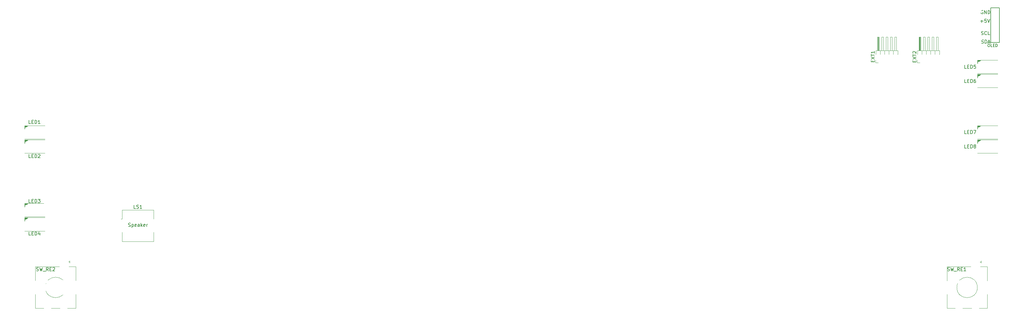
<source format=gbr>
G04 #@! TF.GenerationSoftware,KiCad,Pcbnew,(5.1.9-0-10_14)*
G04 #@! TF.CreationDate,2021-01-10T18:11:49+09:00*
G04 #@! TF.ProjectId,Jones,4a6f6e65-732e-46b6-9963-61645f706362,v.0.3.2*
G04 #@! TF.SameCoordinates,Original*
G04 #@! TF.FileFunction,Legend,Top*
G04 #@! TF.FilePolarity,Positive*
%FSLAX46Y46*%
G04 Gerber Fmt 4.6, Leading zero omitted, Abs format (unit mm)*
G04 Created by KiCad (PCBNEW (5.1.9-0-10_14)) date 2021-01-10 18:11:49*
%MOMM*%
%LPD*%
G01*
G04 APERTURE LIST*
%ADD10C,0.120000*%
%ADD11C,0.150000*%
%ADD12C,0.100000*%
%ADD13C,1.500000*%
%ADD14O,5.600000X2.800000*%
%ADD15C,1.400000*%
%ADD16O,7.400240X5.400000*%
%ADD17C,5.400000*%
%ADD18C,3.400000*%
%ADD19C,4.387800*%
%ADD20C,2.150000*%
%ADD21C,2.400000*%
%ADD22C,1.100000*%
%ADD23O,1.300000X2.800000*%
%ADD24O,1.300000X2.100000*%
%ADD25C,3.448000*%
%ADD26O,1.400000X1.400000*%
%ADD27C,2.000000*%
G04 APERTURE END LIST*
D10*
X298493580Y-107465550D02*
X298493580Y-108465550D01*
X298993580Y-107965550D02*
X297993580Y-107965550D01*
X294993580Y-114065550D02*
X292593580Y-114065550D01*
X299793580Y-114065550D02*
X297193580Y-114065550D01*
X304393580Y-114065550D02*
X301993580Y-114065550D01*
X302593580Y-100765550D02*
X302293580Y-100465550D01*
X302593580Y-100165550D02*
X302593580Y-100765550D01*
X302293580Y-100465550D02*
X302593580Y-100165550D01*
X304393580Y-101865550D02*
X292593580Y-101865550D01*
X304393580Y-105965550D02*
X304393580Y-101865550D01*
X292593580Y-105965550D02*
X292593580Y-101865550D01*
X292593580Y-114065550D02*
X292593580Y-109965550D01*
X304393580Y-109965550D02*
X304393580Y-114065550D01*
X301493580Y-107965550D02*
G75*
G03*
X301493580Y-107965550I-3000000J0D01*
G01*
D11*
X307920000Y-36120040D02*
X307920000Y-25960040D01*
X305380000Y-36120040D02*
X305380000Y-25960040D01*
X305380000Y-25960040D02*
X307920000Y-25960040D01*
X307920000Y-36120040D02*
X305380000Y-36120040D01*
D10*
X51240000Y-87890040D02*
X50910000Y-87890040D01*
X51240000Y-94460040D02*
X51240000Y-91810040D01*
X60460000Y-94460040D02*
X51240000Y-94460040D01*
X60460000Y-91810040D02*
X60460000Y-94460040D01*
X60460000Y-85240040D02*
X60460000Y-87890040D01*
X51240000Y-85240040D02*
X60460000Y-85240040D01*
X51240000Y-87890040D02*
X51240000Y-85240040D01*
X34771347Y-107952828D02*
G75*
G03*
X34771347Y-107952828I-3000000J0D01*
G01*
X37671347Y-109952828D02*
X37671347Y-114052828D01*
X25871347Y-114052828D02*
X25871347Y-109952828D01*
X25871347Y-105952828D02*
X25871347Y-101852828D01*
X37671347Y-105952828D02*
X37671347Y-101852828D01*
X37671347Y-101852828D02*
X25871347Y-101852828D01*
X35571347Y-100452828D02*
X35871347Y-100152828D01*
X35871347Y-100152828D02*
X35871347Y-100752828D01*
X35871347Y-100752828D02*
X35571347Y-100452828D01*
X37671347Y-114052828D02*
X35271347Y-114052828D01*
X33071347Y-114052828D02*
X30471347Y-114052828D01*
X28271347Y-114052828D02*
X25871347Y-114052828D01*
X32271347Y-107952828D02*
X31271347Y-107952828D01*
X31771347Y-107452828D02*
X31771347Y-108452828D01*
X271830323Y-39640000D02*
X271755000Y-39640000D01*
X271755000Y-39640000D02*
X271755000Y-38520000D01*
X271755000Y-38520000D02*
X278225000Y-38520000D01*
X278225000Y-38520000D02*
X278225000Y-39640000D01*
X278225000Y-39640000D02*
X278149677Y-39640000D01*
X272190000Y-38520000D02*
X272190000Y-34520000D01*
X272190000Y-34520000D02*
X272710000Y-34520000D01*
X272710000Y-34520000D02*
X272710000Y-38520000D01*
X272250000Y-38520000D02*
X272250000Y-34520000D01*
X272370000Y-38520000D02*
X272370000Y-34520000D01*
X272490000Y-38520000D02*
X272490000Y-34520000D01*
X272610000Y-38520000D02*
X272610000Y-34520000D01*
X273085000Y-39640000D02*
X273085000Y-38520000D01*
X273069677Y-39640000D02*
X273100323Y-39640000D01*
X273460000Y-38520000D02*
X273460000Y-34520000D01*
X273460000Y-34520000D02*
X273980000Y-34520000D01*
X273980000Y-34520000D02*
X273980000Y-38520000D01*
X274355000Y-39640000D02*
X274355000Y-38520000D01*
X274339677Y-39640000D02*
X274370323Y-39640000D01*
X274730000Y-38520000D02*
X274730000Y-34520000D01*
X274730000Y-34520000D02*
X275250000Y-34520000D01*
X275250000Y-34520000D02*
X275250000Y-38520000D01*
X275625000Y-39640000D02*
X275625000Y-38520000D01*
X275609677Y-39640000D02*
X275640323Y-39640000D01*
X276000000Y-38520000D02*
X276000000Y-34520000D01*
X276000000Y-34520000D02*
X276520000Y-34520000D01*
X276520000Y-34520000D02*
X276520000Y-38520000D01*
X276895000Y-39640000D02*
X276895000Y-38520000D01*
X276879677Y-39640000D02*
X276910323Y-39640000D01*
X277270000Y-38520000D02*
X277270000Y-34520000D01*
X277270000Y-34520000D02*
X277790000Y-34520000D01*
X277790000Y-34520000D02*
X277790000Y-38520000D01*
X272450000Y-42110000D02*
X271690000Y-42110000D01*
X271690000Y-42110000D02*
X271690000Y-41350000D01*
X283890000Y-42110000D02*
X283890000Y-41350000D01*
X284650000Y-42110000D02*
X283890000Y-42110000D01*
X289990000Y-34520000D02*
X289990000Y-38520000D01*
X289470000Y-34520000D02*
X289990000Y-34520000D01*
X289470000Y-38520000D02*
X289470000Y-34520000D01*
X289079677Y-39640000D02*
X289110323Y-39640000D01*
X289095000Y-39640000D02*
X289095000Y-38520000D01*
X288720000Y-34520000D02*
X288720000Y-38520000D01*
X288200000Y-34520000D02*
X288720000Y-34520000D01*
X288200000Y-38520000D02*
X288200000Y-34520000D01*
X287809677Y-39640000D02*
X287840323Y-39640000D01*
X287825000Y-39640000D02*
X287825000Y-38520000D01*
X287450000Y-34520000D02*
X287450000Y-38520000D01*
X286930000Y-34520000D02*
X287450000Y-34520000D01*
X286930000Y-38520000D02*
X286930000Y-34520000D01*
X286539677Y-39640000D02*
X286570323Y-39640000D01*
X286555000Y-39640000D02*
X286555000Y-38520000D01*
X286180000Y-34520000D02*
X286180000Y-38520000D01*
X285660000Y-34520000D02*
X286180000Y-34520000D01*
X285660000Y-38520000D02*
X285660000Y-34520000D01*
X285269677Y-39640000D02*
X285300323Y-39640000D01*
X285285000Y-39640000D02*
X285285000Y-38520000D01*
X284810000Y-38520000D02*
X284810000Y-34520000D01*
X284690000Y-38520000D02*
X284690000Y-34520000D01*
X284570000Y-38520000D02*
X284570000Y-34520000D01*
X284450000Y-38520000D02*
X284450000Y-34520000D01*
X284910000Y-34520000D02*
X284910000Y-38520000D01*
X284390000Y-34520000D02*
X284910000Y-34520000D01*
X284390000Y-38520000D02*
X284390000Y-34520000D01*
X290425000Y-39640000D02*
X290349677Y-39640000D01*
X290425000Y-38520000D02*
X290425000Y-39640000D01*
X283955000Y-38520000D02*
X290425000Y-38520000D01*
X283955000Y-39640000D02*
X283955000Y-38520000D01*
X284030323Y-39640000D02*
X283955000Y-39640000D01*
X22700000Y-60500040D02*
X22700000Y-61575040D01*
X28600000Y-60500040D02*
X22700000Y-60500040D01*
X28600000Y-64400040D02*
X22700000Y-64400040D01*
D12*
G36*
X22700000Y-60500040D02*
G01*
X23700000Y-60500040D01*
X22700000Y-61500040D01*
X22700000Y-60500040D01*
G37*
X22700000Y-60500040D02*
X23700000Y-60500040D01*
X22700000Y-61500040D01*
X22700000Y-60500040D01*
G36*
X22700000Y-64700040D02*
G01*
X23700000Y-64700040D01*
X22700000Y-65700040D01*
X22700000Y-64700040D01*
G37*
X22700000Y-64700040D02*
X23700000Y-64700040D01*
X22700000Y-65700040D01*
X22700000Y-64700040D01*
D10*
X28600000Y-68600040D02*
X22700000Y-68600040D01*
X28600000Y-64700040D02*
X22700000Y-64700040D01*
X22700000Y-64700040D02*
X22700000Y-65775040D01*
X22700000Y-83300040D02*
X22700000Y-84375040D01*
X28600000Y-83300040D02*
X22700000Y-83300040D01*
X28600000Y-87200040D02*
X22700000Y-87200040D01*
D12*
G36*
X22700000Y-83300040D02*
G01*
X23700000Y-83300040D01*
X22700000Y-84300040D01*
X22700000Y-83300040D01*
G37*
X22700000Y-83300040D02*
X23700000Y-83300040D01*
X22700000Y-84300040D01*
X22700000Y-83300040D01*
G36*
X22700000Y-87500040D02*
G01*
X23700000Y-87500040D01*
X22700000Y-88500040D01*
X22700000Y-87500040D01*
G37*
X22700000Y-87500040D02*
X23700000Y-87500040D01*
X22700000Y-88500040D01*
X22700000Y-87500040D01*
D10*
X28600000Y-91400040D02*
X22700000Y-91400040D01*
X28600000Y-87500040D02*
X22700000Y-87500040D01*
X22700000Y-87500040D02*
X22700000Y-88575040D01*
D12*
G36*
X301500000Y-41300040D02*
G01*
X302500000Y-41300040D01*
X301500000Y-42300040D01*
X301500000Y-41300040D01*
G37*
X301500000Y-41300040D02*
X302500000Y-41300040D01*
X301500000Y-42300040D01*
X301500000Y-41300040D01*
D10*
X307400000Y-45200040D02*
X301500000Y-45200040D01*
X307400000Y-41300040D02*
X301500000Y-41300040D01*
X301500000Y-41300040D02*
X301500000Y-42375040D01*
X301500000Y-45500040D02*
X301500000Y-46575040D01*
X307400000Y-45500040D02*
X301500000Y-45500040D01*
X307400000Y-49400040D02*
X301500000Y-49400040D01*
D12*
G36*
X301500000Y-45500040D02*
G01*
X302500000Y-45500040D01*
X301500000Y-46500040D01*
X301500000Y-45500040D01*
G37*
X301500000Y-45500040D02*
X302500000Y-45500040D01*
X301500000Y-46500040D01*
X301500000Y-45500040D01*
D10*
X301500000Y-60500040D02*
X301500000Y-61575040D01*
X307400000Y-60500040D02*
X301500000Y-60500040D01*
X307400000Y-64400040D02*
X301500000Y-64400040D01*
D12*
G36*
X301500000Y-60500040D02*
G01*
X302500000Y-60500040D01*
X301500000Y-61500040D01*
X301500000Y-60500040D01*
G37*
X301500000Y-60500040D02*
X302500000Y-60500040D01*
X301500000Y-61500040D01*
X301500000Y-60500040D01*
G36*
X301500000Y-64700040D02*
G01*
X302500000Y-64700040D01*
X301500000Y-65700040D01*
X301500000Y-64700040D01*
G37*
X301500000Y-64700040D02*
X302500000Y-64700040D01*
X301500000Y-65700040D01*
X301500000Y-64700040D01*
D10*
X307400000Y-68600040D02*
X301500000Y-68600040D01*
X307400000Y-64700040D02*
X301500000Y-64700040D01*
X301500000Y-64700040D02*
X301500000Y-65775040D01*
D11*
X292783333Y-103054801D02*
X292926190Y-103102420D01*
X293164285Y-103102420D01*
X293259523Y-103054801D01*
X293307142Y-103007182D01*
X293354761Y-102911944D01*
X293354761Y-102816706D01*
X293307142Y-102721468D01*
X293259523Y-102673849D01*
X293164285Y-102626230D01*
X292973809Y-102578611D01*
X292878571Y-102530992D01*
X292830952Y-102483373D01*
X292783333Y-102388135D01*
X292783333Y-102292897D01*
X292830952Y-102197659D01*
X292878571Y-102150040D01*
X292973809Y-102102420D01*
X293211904Y-102102420D01*
X293354761Y-102150040D01*
X293688095Y-102102420D02*
X293926190Y-103102420D01*
X294116666Y-102388135D01*
X294307142Y-103102420D01*
X294545238Y-102102420D01*
X294688095Y-103197659D02*
X295450000Y-103197659D01*
X296259523Y-103102420D02*
X295926190Y-102626230D01*
X295688095Y-103102420D02*
X295688095Y-102102420D01*
X296069047Y-102102420D01*
X296164285Y-102150040D01*
X296211904Y-102197659D01*
X296259523Y-102292897D01*
X296259523Y-102435754D01*
X296211904Y-102530992D01*
X296164285Y-102578611D01*
X296069047Y-102626230D01*
X295688095Y-102626230D01*
X296688095Y-102578611D02*
X297021428Y-102578611D01*
X297164285Y-103102420D02*
X296688095Y-103102420D01*
X296688095Y-102102420D01*
X297164285Y-102102420D01*
X298116666Y-103102420D02*
X297545238Y-103102420D01*
X297830952Y-103102420D02*
X297830952Y-102102420D01*
X297735714Y-102245278D01*
X297640476Y-102340516D01*
X297545238Y-102388135D01*
X304769504Y-36604895D02*
X304924323Y-36604895D01*
X305001733Y-36643600D01*
X305079142Y-36721009D01*
X305117847Y-36875828D01*
X305117847Y-37146761D01*
X305079142Y-37301580D01*
X305001733Y-37378990D01*
X304924323Y-37417695D01*
X304769504Y-37417695D01*
X304692095Y-37378990D01*
X304614685Y-37301580D01*
X304575980Y-37146761D01*
X304575980Y-36875828D01*
X304614685Y-36721009D01*
X304692095Y-36643600D01*
X304769504Y-36604895D01*
X305853238Y-37417695D02*
X305466190Y-37417695D01*
X305466190Y-36604895D01*
X306124171Y-36991942D02*
X306395104Y-36991942D01*
X306511219Y-37417695D02*
X306124171Y-37417695D01*
X306124171Y-36604895D01*
X306511219Y-36604895D01*
X306859561Y-37417695D02*
X306859561Y-36604895D01*
X307053085Y-36604895D01*
X307169200Y-36643600D01*
X307246609Y-36721009D01*
X307285314Y-36798419D01*
X307324019Y-36953238D01*
X307324019Y-37069352D01*
X307285314Y-37224171D01*
X307246609Y-37301580D01*
X307169200Y-37378990D01*
X307053085Y-37417695D01*
X306859561Y-37417695D01*
X302735714Y-36354761D02*
X302878571Y-36402380D01*
X303116666Y-36402380D01*
X303211904Y-36354761D01*
X303259523Y-36307142D01*
X303307142Y-36211904D01*
X303307142Y-36116666D01*
X303259523Y-36021428D01*
X303211904Y-35973809D01*
X303116666Y-35926190D01*
X302926190Y-35878571D01*
X302830952Y-35830952D01*
X302783333Y-35783333D01*
X302735714Y-35688095D01*
X302735714Y-35592857D01*
X302783333Y-35497619D01*
X302830952Y-35450000D01*
X302926190Y-35402380D01*
X303164285Y-35402380D01*
X303307142Y-35450000D01*
X303735714Y-36402380D02*
X303735714Y-35402380D01*
X303973809Y-35402380D01*
X304116666Y-35450000D01*
X304211904Y-35545238D01*
X304259523Y-35640476D01*
X304307142Y-35830952D01*
X304307142Y-35973809D01*
X304259523Y-36164285D01*
X304211904Y-36259523D01*
X304116666Y-36354761D01*
X303973809Y-36402380D01*
X303735714Y-36402380D01*
X304688095Y-36116666D02*
X305164285Y-36116666D01*
X304592857Y-36402380D02*
X304926190Y-35402380D01*
X305259523Y-36402380D01*
X302659523Y-33854761D02*
X302802380Y-33902380D01*
X303040476Y-33902380D01*
X303135714Y-33854761D01*
X303183333Y-33807142D01*
X303230952Y-33711904D01*
X303230952Y-33616666D01*
X303183333Y-33521428D01*
X303135714Y-33473809D01*
X303040476Y-33426190D01*
X302850000Y-33378571D01*
X302754761Y-33330952D01*
X302707142Y-33283333D01*
X302659523Y-33188095D01*
X302659523Y-33092857D01*
X302707142Y-32997619D01*
X302754761Y-32950000D01*
X302850000Y-32902380D01*
X303088095Y-32902380D01*
X303230952Y-32950000D01*
X304230952Y-33807142D02*
X304183333Y-33854761D01*
X304040476Y-33902380D01*
X303945238Y-33902380D01*
X303802380Y-33854761D01*
X303707142Y-33759523D01*
X303659523Y-33664285D01*
X303611904Y-33473809D01*
X303611904Y-33330952D01*
X303659523Y-33140476D01*
X303707142Y-33045238D01*
X303802380Y-32950000D01*
X303945238Y-32902380D01*
X304040476Y-32902380D01*
X304183333Y-32950000D01*
X304230952Y-32997619D01*
X305135714Y-33902380D02*
X304659523Y-33902380D01*
X304659523Y-32902380D01*
X302414285Y-29921428D02*
X303176190Y-29921428D01*
X302795238Y-30302380D02*
X302795238Y-29540476D01*
X304128571Y-29302380D02*
X303652380Y-29302380D01*
X303604761Y-29778571D01*
X303652380Y-29730952D01*
X303747619Y-29683333D01*
X303985714Y-29683333D01*
X304080952Y-29730952D01*
X304128571Y-29778571D01*
X304176190Y-29873809D01*
X304176190Y-30111904D01*
X304128571Y-30207142D01*
X304080952Y-30254761D01*
X303985714Y-30302380D01*
X303747619Y-30302380D01*
X303652380Y-30254761D01*
X303604761Y-30207142D01*
X304461904Y-29302380D02*
X304795238Y-30302380D01*
X305128571Y-29302380D01*
X303088095Y-26800000D02*
X302992857Y-26752380D01*
X302850000Y-26752380D01*
X302707142Y-26800000D01*
X302611904Y-26895238D01*
X302564285Y-26990476D01*
X302516666Y-27180952D01*
X302516666Y-27323809D01*
X302564285Y-27514285D01*
X302611904Y-27609523D01*
X302707142Y-27704761D01*
X302850000Y-27752380D01*
X302945238Y-27752380D01*
X303088095Y-27704761D01*
X303135714Y-27657142D01*
X303135714Y-27323809D01*
X302945238Y-27323809D01*
X303564285Y-27752380D02*
X303564285Y-26752380D01*
X304135714Y-27752380D01*
X304135714Y-26752380D01*
X304611904Y-27752380D02*
X304611904Y-26752380D01*
X304850000Y-26752380D01*
X304992857Y-26800000D01*
X305088095Y-26895238D01*
X305135714Y-26990476D01*
X305183333Y-27180952D01*
X305183333Y-27323809D01*
X305135714Y-27514285D01*
X305088095Y-27609523D01*
X304992857Y-27704761D01*
X304850000Y-27752380D01*
X304611904Y-27752380D01*
X55207142Y-84802420D02*
X54730952Y-84802420D01*
X54730952Y-83802420D01*
X55492857Y-84754801D02*
X55635714Y-84802420D01*
X55873809Y-84802420D01*
X55969047Y-84754801D01*
X56016666Y-84707182D01*
X56064285Y-84611944D01*
X56064285Y-84516706D01*
X56016666Y-84421468D01*
X55969047Y-84373849D01*
X55873809Y-84326230D01*
X55683333Y-84278611D01*
X55588095Y-84230992D01*
X55540476Y-84183373D01*
X55492857Y-84088135D01*
X55492857Y-83992897D01*
X55540476Y-83897659D01*
X55588095Y-83850040D01*
X55683333Y-83802420D01*
X55921428Y-83802420D01*
X56064285Y-83850040D01*
X57016666Y-84802420D02*
X56445238Y-84802420D01*
X56730952Y-84802420D02*
X56730952Y-83802420D01*
X56635714Y-83945278D01*
X56540476Y-84040516D01*
X56445238Y-84088135D01*
X53088095Y-90054801D02*
X53230952Y-90102420D01*
X53469047Y-90102420D01*
X53564285Y-90054801D01*
X53611904Y-90007182D01*
X53659523Y-89911944D01*
X53659523Y-89816706D01*
X53611904Y-89721468D01*
X53564285Y-89673849D01*
X53469047Y-89626230D01*
X53278571Y-89578611D01*
X53183333Y-89530992D01*
X53135714Y-89483373D01*
X53088095Y-89388135D01*
X53088095Y-89292897D01*
X53135714Y-89197659D01*
X53183333Y-89150040D01*
X53278571Y-89102420D01*
X53516666Y-89102420D01*
X53659523Y-89150040D01*
X54088095Y-89435754D02*
X54088095Y-90435754D01*
X54088095Y-89483373D02*
X54183333Y-89435754D01*
X54373809Y-89435754D01*
X54469047Y-89483373D01*
X54516666Y-89530992D01*
X54564285Y-89626230D01*
X54564285Y-89911944D01*
X54516666Y-90007182D01*
X54469047Y-90054801D01*
X54373809Y-90102420D01*
X54183333Y-90102420D01*
X54088095Y-90054801D01*
X55373809Y-90054801D02*
X55278571Y-90102420D01*
X55088095Y-90102420D01*
X54992857Y-90054801D01*
X54945238Y-89959563D01*
X54945238Y-89578611D01*
X54992857Y-89483373D01*
X55088095Y-89435754D01*
X55278571Y-89435754D01*
X55373809Y-89483373D01*
X55421428Y-89578611D01*
X55421428Y-89673849D01*
X54945238Y-89769087D01*
X56278571Y-90102420D02*
X56278571Y-89578611D01*
X56230952Y-89483373D01*
X56135714Y-89435754D01*
X55945238Y-89435754D01*
X55850000Y-89483373D01*
X56278571Y-90054801D02*
X56183333Y-90102420D01*
X55945238Y-90102420D01*
X55850000Y-90054801D01*
X55802380Y-89959563D01*
X55802380Y-89864325D01*
X55850000Y-89769087D01*
X55945238Y-89721468D01*
X56183333Y-89721468D01*
X56278571Y-89673849D01*
X56754761Y-90102420D02*
X56754761Y-89102420D01*
X56850000Y-89721468D02*
X57135714Y-90102420D01*
X57135714Y-89435754D02*
X56754761Y-89816706D01*
X57945238Y-90054801D02*
X57850000Y-90102420D01*
X57659523Y-90102420D01*
X57564285Y-90054801D01*
X57516666Y-89959563D01*
X57516666Y-89578611D01*
X57564285Y-89483373D01*
X57659523Y-89435754D01*
X57850000Y-89435754D01*
X57945238Y-89483373D01*
X57992857Y-89578611D01*
X57992857Y-89673849D01*
X57516666Y-89769087D01*
X58421428Y-90102420D02*
X58421428Y-89435754D01*
X58421428Y-89626230D02*
X58469047Y-89530992D01*
X58516666Y-89483373D01*
X58611904Y-89435754D01*
X58707142Y-89435754D01*
X26183333Y-103054801D02*
X26326190Y-103102420D01*
X26564285Y-103102420D01*
X26659523Y-103054801D01*
X26707142Y-103007182D01*
X26754761Y-102911944D01*
X26754761Y-102816706D01*
X26707142Y-102721468D01*
X26659523Y-102673849D01*
X26564285Y-102626230D01*
X26373809Y-102578611D01*
X26278571Y-102530992D01*
X26230952Y-102483373D01*
X26183333Y-102388135D01*
X26183333Y-102292897D01*
X26230952Y-102197659D01*
X26278571Y-102150040D01*
X26373809Y-102102420D01*
X26611904Y-102102420D01*
X26754761Y-102150040D01*
X27088095Y-102102420D02*
X27326190Y-103102420D01*
X27516666Y-102388135D01*
X27707142Y-103102420D01*
X27945238Y-102102420D01*
X28088095Y-103197659D02*
X28850000Y-103197659D01*
X29659523Y-103102420D02*
X29326190Y-102626230D01*
X29088095Y-103102420D02*
X29088095Y-102102420D01*
X29469047Y-102102420D01*
X29564285Y-102150040D01*
X29611904Y-102197659D01*
X29659523Y-102292897D01*
X29659523Y-102435754D01*
X29611904Y-102530992D01*
X29564285Y-102578611D01*
X29469047Y-102626230D01*
X29088095Y-102626230D01*
X30088095Y-102578611D02*
X30421428Y-102578611D01*
X30564285Y-103102420D02*
X30088095Y-103102420D01*
X30088095Y-102102420D01*
X30564285Y-102102420D01*
X30945238Y-102197659D02*
X30992857Y-102150040D01*
X31088095Y-102102420D01*
X31326190Y-102102420D01*
X31421428Y-102150040D01*
X31469047Y-102197659D01*
X31516666Y-102292897D01*
X31516666Y-102388135D01*
X31469047Y-102530992D01*
X30897619Y-103102420D01*
X31516666Y-103102420D01*
X270878571Y-41847619D02*
X270878571Y-41514285D01*
X271402380Y-41371428D02*
X271402380Y-41847619D01*
X270402380Y-41847619D01*
X270402380Y-41371428D01*
X270402380Y-41038095D02*
X271402380Y-40371428D01*
X270402380Y-40371428D02*
X271402380Y-41038095D01*
X270402380Y-40133333D02*
X270402380Y-39561904D01*
X271402380Y-39847619D02*
X270402380Y-39847619D01*
X271402380Y-38704761D02*
X271402380Y-39276190D01*
X271402380Y-38990476D02*
X270402380Y-38990476D01*
X270545238Y-39085714D01*
X270640476Y-39180952D01*
X270688095Y-39276190D01*
X283078571Y-41897619D02*
X283078571Y-41564285D01*
X283602380Y-41421428D02*
X283602380Y-41897619D01*
X282602380Y-41897619D01*
X282602380Y-41421428D01*
X282602380Y-41088095D02*
X283602380Y-40421428D01*
X282602380Y-40421428D02*
X283602380Y-41088095D01*
X282602380Y-40183333D02*
X282602380Y-39611904D01*
X283602380Y-39897619D02*
X282602380Y-39897619D01*
X282697619Y-39326190D02*
X282650000Y-39278571D01*
X282602380Y-39183333D01*
X282602380Y-38945238D01*
X282650000Y-38850000D01*
X282697619Y-38802380D01*
X282792857Y-38754761D01*
X282888095Y-38754761D01*
X283030952Y-38802380D01*
X283602380Y-39373809D01*
X283602380Y-38754761D01*
X24480952Y-59952380D02*
X24004761Y-59952380D01*
X24004761Y-58952380D01*
X24814285Y-59428571D02*
X25147619Y-59428571D01*
X25290476Y-59952380D02*
X24814285Y-59952380D01*
X24814285Y-58952380D01*
X25290476Y-58952380D01*
X25719047Y-59952380D02*
X25719047Y-58952380D01*
X25957142Y-58952380D01*
X26100000Y-59000000D01*
X26195238Y-59095238D01*
X26242857Y-59190476D01*
X26290476Y-59380952D01*
X26290476Y-59523809D01*
X26242857Y-59714285D01*
X26195238Y-59809523D01*
X26100000Y-59904761D01*
X25957142Y-59952380D01*
X25719047Y-59952380D01*
X27242857Y-59952380D02*
X26671428Y-59952380D01*
X26957142Y-59952380D02*
X26957142Y-58952380D01*
X26861904Y-59095238D01*
X26766666Y-59190476D01*
X26671428Y-59238095D01*
X24480952Y-69952380D02*
X24004761Y-69952380D01*
X24004761Y-68952380D01*
X24814285Y-69428571D02*
X25147619Y-69428571D01*
X25290476Y-69952380D02*
X24814285Y-69952380D01*
X24814285Y-68952380D01*
X25290476Y-68952380D01*
X25719047Y-69952380D02*
X25719047Y-68952380D01*
X25957142Y-68952380D01*
X26100000Y-69000000D01*
X26195238Y-69095238D01*
X26242857Y-69190476D01*
X26290476Y-69380952D01*
X26290476Y-69523809D01*
X26242857Y-69714285D01*
X26195238Y-69809523D01*
X26100000Y-69904761D01*
X25957142Y-69952380D01*
X25719047Y-69952380D01*
X26671428Y-69047619D02*
X26719047Y-69000000D01*
X26814285Y-68952380D01*
X27052380Y-68952380D01*
X27147619Y-69000000D01*
X27195238Y-69047619D01*
X27242857Y-69142857D01*
X27242857Y-69238095D01*
X27195238Y-69380952D01*
X26623809Y-69952380D01*
X27242857Y-69952380D01*
X24480952Y-83102380D02*
X24004761Y-83102380D01*
X24004761Y-82102380D01*
X24814285Y-82578571D02*
X25147619Y-82578571D01*
X25290476Y-83102380D02*
X24814285Y-83102380D01*
X24814285Y-82102380D01*
X25290476Y-82102380D01*
X25719047Y-83102380D02*
X25719047Y-82102380D01*
X25957142Y-82102380D01*
X26100000Y-82150000D01*
X26195238Y-82245238D01*
X26242857Y-82340476D01*
X26290476Y-82530952D01*
X26290476Y-82673809D01*
X26242857Y-82864285D01*
X26195238Y-82959523D01*
X26100000Y-83054761D01*
X25957142Y-83102380D01*
X25719047Y-83102380D01*
X26623809Y-82102380D02*
X27242857Y-82102380D01*
X26909523Y-82483333D01*
X27052380Y-82483333D01*
X27147619Y-82530952D01*
X27195238Y-82578571D01*
X27242857Y-82673809D01*
X27242857Y-82911904D01*
X27195238Y-83007142D01*
X27147619Y-83054761D01*
X27052380Y-83102380D01*
X26766666Y-83102380D01*
X26671428Y-83054761D01*
X26623809Y-83007142D01*
X24480952Y-92652380D02*
X24004761Y-92652380D01*
X24004761Y-91652380D01*
X24814285Y-92128571D02*
X25147619Y-92128571D01*
X25290476Y-92652380D02*
X24814285Y-92652380D01*
X24814285Y-91652380D01*
X25290476Y-91652380D01*
X25719047Y-92652380D02*
X25719047Y-91652380D01*
X25957142Y-91652380D01*
X26100000Y-91700000D01*
X26195238Y-91795238D01*
X26242857Y-91890476D01*
X26290476Y-92080952D01*
X26290476Y-92223809D01*
X26242857Y-92414285D01*
X26195238Y-92509523D01*
X26100000Y-92604761D01*
X25957142Y-92652380D01*
X25719047Y-92652380D01*
X27147619Y-91985714D02*
X27147619Y-92652380D01*
X26909523Y-91604761D02*
X26671428Y-92319047D01*
X27290476Y-92319047D01*
X298280952Y-43752380D02*
X297804761Y-43752380D01*
X297804761Y-42752380D01*
X298614285Y-43228571D02*
X298947619Y-43228571D01*
X299090476Y-43752380D02*
X298614285Y-43752380D01*
X298614285Y-42752380D01*
X299090476Y-42752380D01*
X299519047Y-43752380D02*
X299519047Y-42752380D01*
X299757142Y-42752380D01*
X299900000Y-42800000D01*
X299995238Y-42895238D01*
X300042857Y-42990476D01*
X300090476Y-43180952D01*
X300090476Y-43323809D01*
X300042857Y-43514285D01*
X299995238Y-43609523D01*
X299900000Y-43704761D01*
X299757142Y-43752380D01*
X299519047Y-43752380D01*
X300995238Y-42752380D02*
X300519047Y-42752380D01*
X300471428Y-43228571D01*
X300519047Y-43180952D01*
X300614285Y-43133333D01*
X300852380Y-43133333D01*
X300947619Y-43180952D01*
X300995238Y-43228571D01*
X301042857Y-43323809D01*
X301042857Y-43561904D01*
X300995238Y-43657142D01*
X300947619Y-43704761D01*
X300852380Y-43752380D01*
X300614285Y-43752380D01*
X300519047Y-43704761D01*
X300471428Y-43657142D01*
X298280952Y-47952380D02*
X297804761Y-47952380D01*
X297804761Y-46952380D01*
X298614285Y-47428571D02*
X298947619Y-47428571D01*
X299090476Y-47952380D02*
X298614285Y-47952380D01*
X298614285Y-46952380D01*
X299090476Y-46952380D01*
X299519047Y-47952380D02*
X299519047Y-46952380D01*
X299757142Y-46952380D01*
X299900000Y-47000000D01*
X299995238Y-47095238D01*
X300042857Y-47190476D01*
X300090476Y-47380952D01*
X300090476Y-47523809D01*
X300042857Y-47714285D01*
X299995238Y-47809523D01*
X299900000Y-47904761D01*
X299757142Y-47952380D01*
X299519047Y-47952380D01*
X300947619Y-46952380D02*
X300757142Y-46952380D01*
X300661904Y-47000000D01*
X300614285Y-47047619D01*
X300519047Y-47190476D01*
X300471428Y-47380952D01*
X300471428Y-47761904D01*
X300519047Y-47857142D01*
X300566666Y-47904761D01*
X300661904Y-47952380D01*
X300852380Y-47952380D01*
X300947619Y-47904761D01*
X300995238Y-47857142D01*
X301042857Y-47761904D01*
X301042857Y-47523809D01*
X300995238Y-47428571D01*
X300947619Y-47380952D01*
X300852380Y-47333333D01*
X300661904Y-47333333D01*
X300566666Y-47380952D01*
X300519047Y-47428571D01*
X300471428Y-47523809D01*
X298280952Y-62902380D02*
X297804761Y-62902380D01*
X297804761Y-61902380D01*
X298614285Y-62378571D02*
X298947619Y-62378571D01*
X299090476Y-62902380D02*
X298614285Y-62902380D01*
X298614285Y-61902380D01*
X299090476Y-61902380D01*
X299519047Y-62902380D02*
X299519047Y-61902380D01*
X299757142Y-61902380D01*
X299900000Y-61950000D01*
X299995238Y-62045238D01*
X300042857Y-62140476D01*
X300090476Y-62330952D01*
X300090476Y-62473809D01*
X300042857Y-62664285D01*
X299995238Y-62759523D01*
X299900000Y-62854761D01*
X299757142Y-62902380D01*
X299519047Y-62902380D01*
X300423809Y-61902380D02*
X301090476Y-61902380D01*
X300661904Y-62902380D01*
X298280952Y-67102380D02*
X297804761Y-67102380D01*
X297804761Y-66102380D01*
X298614285Y-66578571D02*
X298947619Y-66578571D01*
X299090476Y-67102380D02*
X298614285Y-67102380D01*
X298614285Y-66102380D01*
X299090476Y-66102380D01*
X299519047Y-67102380D02*
X299519047Y-66102380D01*
X299757142Y-66102380D01*
X299900000Y-66150000D01*
X299995238Y-66245238D01*
X300042857Y-66340476D01*
X300090476Y-66530952D01*
X300090476Y-66673809D01*
X300042857Y-66864285D01*
X299995238Y-66959523D01*
X299900000Y-67054761D01*
X299757142Y-67102380D01*
X299519047Y-67102380D01*
X300661904Y-66530952D02*
X300566666Y-66483333D01*
X300519047Y-66435714D01*
X300471428Y-66340476D01*
X300471428Y-66292857D01*
X300519047Y-66197619D01*
X300566666Y-66150000D01*
X300661904Y-66102380D01*
X300852380Y-66102380D01*
X300947619Y-66150000D01*
X300995238Y-66197619D01*
X301042857Y-66292857D01*
X301042857Y-66340476D01*
X300995238Y-66435714D01*
X300947619Y-66483333D01*
X300852380Y-66530952D01*
X300661904Y-66530952D01*
X300566666Y-66578571D01*
X300519047Y-66626190D01*
X300471428Y-66721428D01*
X300471428Y-66911904D01*
X300519047Y-67007142D01*
X300566666Y-67054761D01*
X300661904Y-67102380D01*
X300852380Y-67102380D01*
X300947619Y-67054761D01*
X300995238Y-67007142D01*
X301042857Y-66911904D01*
X301042857Y-66721428D01*
X300995238Y-66626190D01*
X300947619Y-66578571D01*
X300852380Y-66530952D01*
%LPC*%
D13*
X28550000Y-79050000D02*
G75*
G03*
X26400000Y-76900000I-2150000J0D01*
G01*
X28550000Y-79050000D02*
G75*
G02*
X26400000Y-81200000I-2150000J0D01*
G01*
X301650000Y-79050000D02*
G75*
G02*
X303800000Y-76900000I2150000J0D01*
G01*
X301650000Y-79050000D02*
G75*
G03*
X303800000Y-81200000I2150000J0D01*
G01*
X22600000Y-76900000D02*
X26400000Y-76900000D01*
X22650000Y-81200000D02*
X26450000Y-81200000D01*
X307600000Y-81200000D02*
X303800000Y-81200000D01*
X307550000Y-76900000D02*
X303750000Y-76900000D01*
D14*
X282650000Y-50450000D03*
D15*
X24357965Y-81250000D03*
X24350000Y-76900000D03*
X27950000Y-77550000D03*
X26400000Y-81250000D03*
X26400000Y-76900000D03*
X28550000Y-79050000D03*
X152000000Y-71450000D03*
X149600000Y-71450000D03*
X150800000Y-71450000D03*
X149600000Y-67700000D03*
X152000000Y-67700000D03*
X150800000Y-67700000D03*
X214300000Y-109600000D03*
X211900000Y-109600000D03*
X211950000Y-105900000D03*
X214350000Y-105900000D03*
X213100000Y-109600000D03*
X213150000Y-105900000D03*
X49050000Y-51800000D03*
X46450000Y-51750000D03*
X49050000Y-49100000D03*
X46450000Y-49100000D03*
X47800000Y-52350000D03*
X49700000Y-50450000D03*
X45900000Y-50450000D03*
X47800000Y-48550000D03*
D16*
X213100000Y-107750000D03*
X150800000Y-69550000D03*
D17*
X47800000Y-50450000D03*
D15*
X27950000Y-80550000D03*
X302250000Y-77550000D03*
X301650000Y-79050000D03*
X303800000Y-81200000D03*
X303800000Y-76850000D03*
X302250000Y-80550000D03*
X305850000Y-81200000D03*
X305842035Y-76850000D03*
D18*
X139090000Y-64795200D03*
D19*
X136550000Y-69875200D03*
D18*
X132740000Y-67335200D03*
D20*
X131470000Y-69875200D03*
X141630000Y-69875200D03*
X265454840Y-31775040D03*
X255294840Y-31775040D03*
D18*
X256564840Y-29235040D03*
D19*
X260374840Y-31775040D03*
D18*
X262914840Y-26695040D03*
X281966080Y-26695080D03*
D19*
X279426080Y-31775080D03*
D18*
X275616080Y-29235080D03*
D20*
X274346080Y-31775080D03*
X284506080Y-31775080D03*
D18*
X120040000Y-64795200D03*
D19*
X117500000Y-69875200D03*
D18*
X113690000Y-67335200D03*
D20*
X112420000Y-69875200D03*
X122580000Y-69875200D03*
X65430000Y-50825120D03*
X55270000Y-50825120D03*
D18*
X56540000Y-48285120D03*
D19*
X60350000Y-50825120D03*
D18*
X62890000Y-45745120D03*
X62890000Y-64795200D03*
D19*
X60350000Y-69875200D03*
D18*
X56540000Y-67335200D03*
D20*
X55270000Y-69875200D03*
X65430000Y-69875200D03*
X179730640Y-69875200D03*
X169570640Y-69875200D03*
D18*
X170840640Y-67335200D03*
D19*
X174650640Y-69875200D03*
D18*
X177190640Y-64795200D03*
X39077500Y-45745120D03*
D19*
X36537500Y-50825120D03*
D18*
X32727500Y-48285120D03*
D20*
X31457500Y-50825120D03*
X41617500Y-50825120D03*
G36*
G01*
X299993580Y-99265550D02*
X301993580Y-99265550D01*
G75*
G02*
X302193580Y-99465550I0J-200000D01*
G01*
X302193580Y-101465550D01*
G75*
G02*
X301993580Y-101665550I-200000J0D01*
G01*
X299993580Y-101665550D01*
G75*
G02*
X299793580Y-101465550I0J200000D01*
G01*
X299793580Y-99465550D01*
G75*
G02*
X299993580Y-99265550I200000J0D01*
G01*
G37*
D21*
X298493580Y-100465550D03*
X295993580Y-100465550D03*
G36*
G01*
X303093580Y-106165550D02*
X305093580Y-106165550D01*
G75*
G02*
X305293580Y-106365550I0J-200000D01*
G01*
X305293580Y-109565550D01*
G75*
G02*
X305093580Y-109765550I-200000J0D01*
G01*
X303093580Y-109765550D01*
G75*
G02*
X302893580Y-109565550I0J200000D01*
G01*
X302893580Y-106365550D01*
G75*
G02*
X303093580Y-106165550I200000J0D01*
G01*
G37*
G36*
G01*
X291893580Y-106165550D02*
X293893580Y-106165550D01*
G75*
G02*
X294093580Y-106365550I0J-200000D01*
G01*
X294093580Y-109565550D01*
G75*
G02*
X293893580Y-109765550I-200000J0D01*
G01*
X291893580Y-109765550D01*
G75*
G02*
X291693580Y-109565550I0J200000D01*
G01*
X291693580Y-106365550D01*
G75*
G02*
X291893580Y-106165550I200000J0D01*
G01*
G37*
X300993580Y-114965550D03*
X295993580Y-114965550D03*
D20*
X45745000Y-31775040D03*
X55905000Y-31775040D03*
D18*
X54635000Y-34315040D03*
D19*
X50825000Y-31775040D03*
D18*
X48285000Y-36855040D03*
D20*
X26695000Y-31775040D03*
X36855000Y-31775040D03*
D18*
X35585000Y-34315040D03*
D19*
X31775000Y-31775040D03*
D18*
X29235000Y-36855040D03*
X72415000Y-83845280D03*
D19*
X69875000Y-88925280D03*
D18*
X66065000Y-86385280D03*
D20*
X64795000Y-88925280D03*
X74955000Y-88925280D03*
D18*
X72415000Y-26695040D03*
D19*
X69875000Y-31775040D03*
D18*
X66065000Y-29235040D03*
D20*
X64795000Y-31775040D03*
X74955000Y-31775040D03*
X84480000Y-50825120D03*
X74320000Y-50825120D03*
D18*
X75590000Y-48285120D03*
D19*
X79400000Y-50825120D03*
D18*
X81940000Y-45745120D03*
X81940000Y-64795200D03*
D19*
X79400000Y-69875200D03*
D18*
X75590000Y-67335200D03*
D20*
X74320000Y-69875200D03*
X84480000Y-69875200D03*
D18*
X91465000Y-83845280D03*
D19*
X88925000Y-88925280D03*
D18*
X85115000Y-86385280D03*
D20*
X83845000Y-88925280D03*
X94005000Y-88925280D03*
D18*
X91465000Y-26695040D03*
D19*
X88925000Y-31775040D03*
D18*
X85115000Y-29235040D03*
D20*
X83845000Y-31775040D03*
X94005000Y-31775040D03*
X103530000Y-50825120D03*
X93370000Y-50825120D03*
D18*
X94640000Y-48285120D03*
D19*
X98450000Y-50825120D03*
D18*
X100990000Y-45745120D03*
X100990000Y-64795200D03*
D19*
X98450000Y-69875200D03*
D18*
X94640000Y-67335200D03*
D20*
X93370000Y-69875200D03*
X103530000Y-69875200D03*
D18*
X110515000Y-83845280D03*
D19*
X107975000Y-88925280D03*
D18*
X104165000Y-86385280D03*
D20*
X102895000Y-88925280D03*
X113055000Y-88925280D03*
D18*
X110515000Y-26695040D03*
D19*
X107975000Y-31775040D03*
D18*
X104165000Y-29235040D03*
D20*
X102895000Y-31775040D03*
X113055000Y-31775040D03*
X122580000Y-50825120D03*
X112420000Y-50825120D03*
D18*
X113690000Y-48285120D03*
D19*
X117500000Y-50825120D03*
D18*
X120040000Y-45745120D03*
X129565000Y-83845280D03*
D19*
X127025000Y-88925280D03*
D18*
X123215000Y-86385280D03*
D20*
X121945000Y-88925280D03*
X132105000Y-88925280D03*
D18*
X129565000Y-26695040D03*
D19*
X127025000Y-31775040D03*
D18*
X123215000Y-29235040D03*
D20*
X121945000Y-31775040D03*
X132105000Y-31775040D03*
X141630000Y-50825120D03*
X131470000Y-50825120D03*
D18*
X132740000Y-48285120D03*
D19*
X136550000Y-50825120D03*
D18*
X139090000Y-45745120D03*
X148615000Y-83845280D03*
D19*
X146075000Y-88925280D03*
D18*
X142265000Y-86385280D03*
D20*
X140995000Y-88925280D03*
X151155000Y-88925280D03*
X151155000Y-31775040D03*
X140995000Y-31775040D03*
D18*
X142265000Y-29235040D03*
D19*
X146075000Y-31775040D03*
D18*
X148615000Y-26695040D03*
D20*
X217830800Y-50825160D03*
X207670800Y-50825160D03*
D18*
X208940800Y-48285160D03*
D19*
X212750800Y-50825160D03*
D18*
X215290800Y-45745160D03*
X215290800Y-64795240D03*
D19*
X212750800Y-69875240D03*
D18*
X208940800Y-67335240D03*
D20*
X207670800Y-69875240D03*
X217830800Y-69875240D03*
D18*
X224815840Y-83845320D03*
D19*
X222275840Y-88925320D03*
D18*
X218465840Y-86385320D03*
D20*
X217195840Y-88925320D03*
X227355840Y-88925320D03*
X236880880Y-50825160D03*
X226720880Y-50825160D03*
D18*
X227990880Y-48285160D03*
D19*
X231800880Y-50825160D03*
D18*
X234340880Y-45745160D03*
D20*
X236880880Y-69875240D03*
X226720880Y-69875240D03*
D18*
X227990880Y-67335240D03*
D19*
X231800880Y-69875240D03*
D18*
X234340880Y-64795240D03*
X243865920Y-83845320D03*
D19*
X241325920Y-88925320D03*
D18*
X237515920Y-86385320D03*
D20*
X236245920Y-88925320D03*
X246405920Y-88925320D03*
X303556160Y-31775080D03*
X293396160Y-31775080D03*
D18*
X294666160Y-29235080D03*
D19*
X298476160Y-31775080D03*
D18*
X301016160Y-26695080D03*
D20*
X160680560Y-50825120D03*
X150520560Y-50825120D03*
D18*
X151790560Y-48285120D03*
D19*
X155600560Y-50825120D03*
D18*
X158140560Y-45745120D03*
X167665600Y-83845280D03*
D19*
X165125600Y-88925280D03*
D18*
X161315600Y-86385280D03*
D20*
X160045600Y-88925280D03*
X170205600Y-88925280D03*
D18*
X167665600Y-26695080D03*
D19*
X165125600Y-31775080D03*
D18*
X161315600Y-29235080D03*
D20*
X160045600Y-31775080D03*
X170205600Y-31775080D03*
X179730640Y-50825160D03*
X169570640Y-50825160D03*
D18*
X170840640Y-48285160D03*
D19*
X174650640Y-50825160D03*
D18*
X177190640Y-45745160D03*
X186715680Y-83845280D03*
D19*
X184175680Y-88925280D03*
D18*
X180365680Y-86385280D03*
D20*
X179095680Y-88925280D03*
X189255680Y-88925280D03*
X189255680Y-31775040D03*
X179095680Y-31775040D03*
D18*
X180365680Y-29235040D03*
D19*
X184175680Y-31775040D03*
D18*
X186715680Y-26695040D03*
D20*
X198780720Y-50825160D03*
X188620720Y-50825160D03*
D18*
X189890720Y-48285160D03*
D19*
X193700720Y-50825160D03*
D18*
X196240720Y-45745160D03*
D20*
X198780720Y-69875240D03*
X188620720Y-69875240D03*
D18*
X189890720Y-67335240D03*
D19*
X193700720Y-69875240D03*
D18*
X196240720Y-64795240D03*
X205765760Y-26695040D03*
D19*
X203225760Y-31775040D03*
D18*
X199415760Y-29235040D03*
D20*
X198145760Y-31775040D03*
X208305760Y-31775040D03*
X227354840Y-31775040D03*
X217194840Y-31775040D03*
D18*
X218464840Y-29235040D03*
D19*
X222274840Y-31775040D03*
D18*
X224814840Y-26695040D03*
X243864840Y-26695040D03*
D19*
X241324840Y-31775040D03*
D18*
X237514840Y-29235040D03*
D20*
X236244840Y-31775040D03*
X246404840Y-31775040D03*
X284506080Y-88925320D03*
X274346080Y-88925320D03*
D18*
X275616080Y-86385320D03*
D19*
X279426080Y-88925320D03*
D18*
X281966080Y-83845320D03*
D20*
X293396160Y-88925320D03*
X303556160Y-88925320D03*
D18*
X302286160Y-91465320D03*
D19*
X298476160Y-88925320D03*
D18*
X295936160Y-94005320D03*
X281966080Y-102895360D03*
D19*
X279426080Y-107975360D03*
D18*
X275616080Y-105435360D03*
D20*
X274346080Y-107975360D03*
X284506080Y-107975360D03*
D18*
X205765760Y-83845320D03*
D19*
X203225760Y-88925320D03*
D18*
X199415760Y-86385320D03*
D20*
X198145760Y-88925320D03*
X208305760Y-88925320D03*
X31457500Y-69875200D03*
X41617500Y-69875200D03*
D18*
X40347500Y-72415200D03*
D19*
X36537500Y-69875200D03*
D18*
X33997500Y-74955200D03*
X258153480Y-45745160D03*
D19*
X255613480Y-50825160D03*
D18*
X251803480Y-48285160D03*
D20*
X250533480Y-50825160D03*
X260693480Y-50825160D03*
D18*
X262916000Y-102895360D03*
D19*
X260376000Y-107975360D03*
D18*
X256566000Y-105435360D03*
D20*
X255296000Y-107975360D03*
X265456000Y-107975360D03*
G36*
G01*
X50650000Y-91550040D02*
X50650000Y-88150040D01*
G75*
G02*
X50850000Y-87950040I200000J0D01*
G01*
X52150000Y-87950040D01*
G75*
G02*
X52350000Y-88150040I0J-200000D01*
G01*
X52350000Y-91550040D01*
G75*
G02*
X52150000Y-91750040I-200000J0D01*
G01*
X50850000Y-91750040D01*
G75*
G02*
X50650000Y-91550040I0J200000D01*
G01*
G37*
G36*
G01*
X59350000Y-91550040D02*
X59350000Y-88150040D01*
G75*
G02*
X59550000Y-87950040I200000J0D01*
G01*
X60850000Y-87950040D01*
G75*
G02*
X61050000Y-88150040I0J-200000D01*
G01*
X61050000Y-91550040D01*
G75*
G02*
X60850000Y-91750040I-200000J0D01*
G01*
X59550000Y-91750040D01*
G75*
G02*
X59350000Y-91550040I0J200000D01*
G01*
G37*
X298793640Y-50825160D03*
X288633640Y-50825160D03*
D18*
X289903640Y-48285160D03*
D19*
X293713640Y-50825160D03*
D18*
X296253640Y-45745160D03*
G36*
G01*
X33271347Y-99252828D02*
X35271347Y-99252828D01*
G75*
G02*
X35471347Y-99452828I0J-200000D01*
G01*
X35471347Y-101452828D01*
G75*
G02*
X35271347Y-101652828I-200000J0D01*
G01*
X33271347Y-101652828D01*
G75*
G02*
X33071347Y-101452828I0J200000D01*
G01*
X33071347Y-99452828D01*
G75*
G02*
X33271347Y-99252828I200000J0D01*
G01*
G37*
D21*
X31771347Y-100452828D03*
X29271347Y-100452828D03*
G36*
G01*
X36371347Y-106152828D02*
X38371347Y-106152828D01*
G75*
G02*
X38571347Y-106352828I0J-200000D01*
G01*
X38571347Y-109552828D01*
G75*
G02*
X38371347Y-109752828I-200000J0D01*
G01*
X36371347Y-109752828D01*
G75*
G02*
X36171347Y-109552828I0J200000D01*
G01*
X36171347Y-106352828D01*
G75*
G02*
X36371347Y-106152828I200000J0D01*
G01*
G37*
G36*
G01*
X25171347Y-106152828D02*
X27171347Y-106152828D01*
G75*
G02*
X27371347Y-106352828I0J-200000D01*
G01*
X27371347Y-109552828D01*
G75*
G02*
X27171347Y-109752828I-200000J0D01*
G01*
X25171347Y-109752828D01*
G75*
G02*
X24971347Y-109552828I0J200000D01*
G01*
X24971347Y-106352828D01*
G75*
G02*
X25171347Y-106152828I200000J0D01*
G01*
G37*
X34271347Y-114952828D03*
X29271347Y-114952828D03*
D22*
X37801552Y-28187233D03*
X38651552Y-28187233D03*
X39501552Y-28187233D03*
X40351552Y-28187233D03*
X41201552Y-28187233D03*
X42051552Y-28187233D03*
X42901552Y-28187233D03*
X43751552Y-28187233D03*
X38651552Y-26837233D03*
X40351552Y-26837233D03*
X39501552Y-26837233D03*
X37801552Y-26837233D03*
X42051552Y-26837233D03*
X42901552Y-26837233D03*
X43751552Y-26837233D03*
X41201552Y-26837233D03*
D23*
X36451552Y-27207233D03*
X45101552Y-27207233D03*
D24*
X36451552Y-23827233D03*
X45101552Y-23827233D03*
D20*
X298793640Y-69875240D03*
X288633640Y-69875240D03*
D18*
X289903640Y-67335240D03*
D19*
X293713640Y-69875240D03*
D18*
X296253640Y-64795240D03*
X277203560Y-45745160D03*
D19*
X274663560Y-50825160D03*
D18*
X270853560Y-48285160D03*
D20*
X269583560Y-50825160D03*
X279743560Y-50825160D03*
X293396160Y-50825160D03*
X303556160Y-50825160D03*
D18*
X302286160Y-53365160D03*
D19*
X298476160Y-50825160D03*
D18*
X295936160Y-55905160D03*
D20*
X293396160Y-69875240D03*
X303556160Y-69875240D03*
D18*
X302286160Y-72415240D03*
D19*
X298476160Y-69875240D03*
D18*
X295936160Y-74955240D03*
D20*
X101149060Y-107975400D03*
X90989060Y-107975400D03*
D18*
X92259060Y-105435400D03*
D19*
X96069060Y-107975400D03*
D18*
X98609060Y-102895400D03*
X41458820Y-64795240D03*
D19*
X38918820Y-69875240D03*
D18*
X35108820Y-67335240D03*
D20*
X33838820Y-69875240D03*
X43998820Y-69875240D03*
X250533480Y-69875240D03*
X260693480Y-69875240D03*
D19*
X255613480Y-69875240D03*
X293713640Y-88925320D03*
D20*
X298793640Y-88925320D03*
X288633640Y-88925320D03*
X281489860Y-69875240D03*
X291649860Y-69875240D03*
D19*
X286569860Y-69875240D03*
D20*
X71938980Y-107975400D03*
X82098980Y-107975400D03*
D18*
X80828980Y-110515400D03*
D19*
X77018980Y-107975400D03*
D18*
X74478980Y-113055400D03*
D20*
X50507640Y-107975400D03*
X60667640Y-107975400D03*
D18*
X59397640Y-110515400D03*
D19*
X55587640Y-107975400D03*
D18*
X53047640Y-113055400D03*
D20*
X77336460Y-107975400D03*
X67176460Y-107975400D03*
D18*
X68446460Y-105435400D03*
D19*
X72256460Y-107975400D03*
D18*
X74796460Y-102895400D03*
X46221340Y-83845320D03*
D19*
X43681340Y-88925320D03*
D18*
X39871340Y-86385320D03*
D20*
X38601340Y-88925320D03*
X48761340Y-88925320D03*
D18*
X243865920Y-102895400D03*
D19*
X241325920Y-107975400D03*
D18*
X237515920Y-105435400D03*
D20*
X236245920Y-107975400D03*
X246405920Y-107975400D03*
X88607800Y-107975400D03*
X98767800Y-107975400D03*
D18*
X97497800Y-110515400D03*
D19*
X93687800Y-107975400D03*
D18*
X91147800Y-113055400D03*
X198621980Y-102895400D03*
D19*
X196081980Y-107975400D03*
D18*
X192271980Y-105435400D03*
D20*
X191001980Y-107975400D03*
X201161980Y-107975400D03*
D18*
X222434580Y-102895400D03*
D19*
X219894580Y-107975400D03*
D18*
X216084580Y-105435400D03*
D20*
X214814580Y-107975400D03*
X224974580Y-107975400D03*
X270218520Y-88925320D03*
X260058520Y-88925320D03*
D19*
X265138520Y-88925320D03*
D18*
X264979780Y-94005320D03*
D19*
X267519780Y-88925320D03*
D18*
X271329780Y-91465320D03*
D20*
X272599780Y-88925320D03*
X262439780Y-88925320D03*
D18*
X262916000Y-83845320D03*
D19*
X260376000Y-88925320D03*
D18*
X256566000Y-86385320D03*
D20*
X255296000Y-88925320D03*
X265456000Y-88925320D03*
D18*
X167665600Y-102895400D03*
D19*
X165125600Y-107975400D03*
D18*
X161315600Y-105435400D03*
D20*
X160045600Y-107975400D03*
X170205600Y-107975400D03*
D25*
X177063600Y-114960400D03*
X153187600Y-114960400D03*
D19*
X177063600Y-99720400D03*
X153187600Y-99720400D03*
D18*
X150996780Y-102895400D03*
D19*
X148456780Y-107975400D03*
D18*
X144646780Y-105435400D03*
D20*
X143376780Y-107975400D03*
X153536780Y-107975400D03*
D25*
X198456680Y-114960400D03*
X98456880Y-114960400D03*
D19*
X198456680Y-99720400D03*
X98456880Y-99720400D03*
D18*
X53365120Y-102895400D03*
D19*
X50825120Y-107975400D03*
D18*
X47015120Y-105435400D03*
D20*
X45745120Y-107975400D03*
X55905120Y-107975400D03*
D18*
X38760080Y-94005320D03*
D19*
X41300080Y-88925320D03*
D18*
X45110080Y-91465320D03*
D20*
X46380080Y-88925320D03*
X36220080Y-88925320D03*
D25*
X29362080Y-81940320D03*
X53238080Y-81940320D03*
D19*
X29362080Y-97180320D03*
X53238080Y-97180320D03*
D20*
X29076300Y-107975400D03*
X39236300Y-107975400D03*
D19*
X34156300Y-107975400D03*
D18*
X122104180Y-113055400D03*
D19*
X124644180Y-107975400D03*
D18*
X128454180Y-110515400D03*
D20*
X129724180Y-107975400D03*
X119564180Y-107975400D03*
D25*
X112706180Y-114960400D03*
X136582180Y-114960400D03*
D19*
X112706180Y-99720400D03*
X136582180Y-99720400D03*
D18*
X129565440Y-102895400D03*
D19*
X127025440Y-107975400D03*
D18*
X123215440Y-105435400D03*
D20*
X121945440Y-107975400D03*
X132105440Y-107975400D03*
D25*
X138963440Y-114960400D03*
X115087440Y-114960400D03*
D19*
X138963440Y-99720400D03*
X115087440Y-99720400D03*
D18*
X250692220Y-65430200D03*
D19*
X253232220Y-60350200D03*
D18*
X257042220Y-62890200D03*
D20*
X258312220Y-60350200D03*
X248152220Y-60350200D03*
D18*
X153060560Y-74955240D03*
D19*
X155600560Y-69875240D03*
D18*
X159410560Y-72415240D03*
D20*
X160680560Y-69875240D03*
X150520560Y-69875240D03*
X160680560Y-69875240D03*
X150520560Y-69875240D03*
D19*
X155600560Y-69875240D03*
D18*
X265297260Y-64795240D03*
D19*
X262757260Y-69875240D03*
D18*
X258947260Y-67335240D03*
D20*
X257677260Y-69875240D03*
X267837260Y-69875240D03*
D25*
X274695260Y-76860240D03*
X250819260Y-76860240D03*
D19*
X274695260Y-61620240D03*
X250819260Y-61620240D03*
D18*
X298634900Y-83845320D03*
D19*
X296094900Y-88925320D03*
D18*
X292284900Y-86385320D03*
D20*
X291014900Y-88925320D03*
X301174900Y-88925320D03*
D18*
X217354580Y-113055400D03*
D19*
X219894580Y-107975400D03*
D18*
X223704580Y-110515400D03*
D20*
X224974580Y-107975400D03*
X214814580Y-107975400D03*
D19*
X274663560Y-69875240D03*
D20*
X269583560Y-69875240D03*
X279743560Y-69875240D03*
D18*
X276886080Y-74955240D03*
D19*
X279426080Y-69875240D03*
D18*
X283236080Y-72415240D03*
D20*
X284506080Y-69875240D03*
X274346080Y-69875240D03*
X248152220Y-69875240D03*
X258312220Y-69875240D03*
D19*
X253232220Y-69875240D03*
D25*
X246247220Y-48412200D03*
X246247220Y-72288200D03*
D19*
X261487220Y-48412200D03*
X261487220Y-72288200D03*
G36*
G01*
X272950000Y-42050000D02*
X271950000Y-42050000D01*
G75*
G02*
X271750000Y-41850000I0J200000D01*
G01*
X271750000Y-40850000D01*
G75*
G02*
X271950000Y-40650000I200000J0D01*
G01*
X272950000Y-40650000D01*
G75*
G02*
X273150000Y-40850000I0J-200000D01*
G01*
X273150000Y-41850000D01*
G75*
G02*
X272950000Y-42050000I-200000J0D01*
G01*
G37*
D26*
X272450000Y-40080000D03*
X273720000Y-41350000D03*
X273720000Y-40080000D03*
X274990000Y-41350000D03*
X274990000Y-40080000D03*
X276260000Y-41350000D03*
X276260000Y-40080000D03*
X277530000Y-41350000D03*
X277530000Y-40080000D03*
X289730000Y-40080000D03*
X289730000Y-41350000D03*
X288460000Y-40080000D03*
X288460000Y-41350000D03*
X287190000Y-40080000D03*
X287190000Y-41350000D03*
X285920000Y-40080000D03*
X285920000Y-41350000D03*
X284650000Y-40080000D03*
G36*
G01*
X285150000Y-42050000D02*
X284150000Y-42050000D01*
G75*
G02*
X283950000Y-41850000I0J200000D01*
G01*
X283950000Y-40850000D01*
G75*
G02*
X284150000Y-40650000I200000J0D01*
G01*
X285150000Y-40650000D01*
G75*
G02*
X285350000Y-40850000I0J-200000D01*
G01*
X285350000Y-41850000D01*
G75*
G02*
X285150000Y-42050000I-200000J0D01*
G01*
G37*
G36*
G01*
X296550000Y-38250040D02*
X296550000Y-37050040D01*
G75*
G02*
X296750000Y-36850040I200000J0D01*
G01*
X298250000Y-36850040D01*
G75*
G02*
X298450000Y-37050040I0J-200000D01*
G01*
X298450000Y-38250040D01*
G75*
G02*
X298250000Y-38450040I-200000J0D01*
G01*
X296750000Y-38450040D01*
G75*
G02*
X296550000Y-38250040I0J200000D01*
G01*
G37*
G36*
G01*
X299250000Y-38250040D02*
X299250000Y-37050040D01*
G75*
G02*
X299450000Y-36850040I200000J0D01*
G01*
X300950000Y-36850040D01*
G75*
G02*
X301150000Y-37050040I0J-200000D01*
G01*
X301150000Y-38250040D01*
G75*
G02*
X300950000Y-38450040I-200000J0D01*
G01*
X299450000Y-38450040D01*
G75*
G02*
X299250000Y-38250040I0J200000D01*
G01*
G37*
D27*
X294950000Y-37650040D03*
X302750000Y-37650040D03*
X302050000Y-34850040D03*
X294250000Y-34850040D03*
G36*
G01*
X298550000Y-35450040D02*
X298550000Y-34250040D01*
G75*
G02*
X298750000Y-34050040I200000J0D01*
G01*
X300250000Y-34050040D01*
G75*
G02*
X300450000Y-34250040I0J-200000D01*
G01*
X300450000Y-35450040D01*
G75*
G02*
X300250000Y-35650040I-200000J0D01*
G01*
X298750000Y-35650040D01*
G75*
G02*
X298550000Y-35450040I0J200000D01*
G01*
G37*
G36*
G01*
X295850000Y-35450040D02*
X295850000Y-34250040D01*
G75*
G02*
X296050000Y-34050040I200000J0D01*
G01*
X297550000Y-34050040D01*
G75*
G02*
X297750000Y-34250040I0J-200000D01*
G01*
X297750000Y-35450040D01*
G75*
G02*
X297550000Y-35650040I-200000J0D01*
G01*
X296050000Y-35650040D01*
G75*
G02*
X295850000Y-35450040I0J200000D01*
G01*
G37*
D20*
X55905000Y-31775040D03*
X45745000Y-31775040D03*
D19*
X50825000Y-31775040D03*
D20*
X36855040Y-31775080D03*
X26695040Y-31775080D03*
D19*
X31775040Y-31775080D03*
G36*
G01*
X24900000Y-61150040D02*
X24900000Y-62000040D01*
G75*
G02*
X24700000Y-62200040I-200000J0D01*
G01*
X23100000Y-62200040D01*
G75*
G02*
X22900000Y-62000040I0J200000D01*
G01*
X22900000Y-61150040D01*
G75*
G02*
X23100000Y-60950040I200000J0D01*
G01*
X24700000Y-60950040D01*
G75*
G02*
X24900000Y-61150040I0J-200000D01*
G01*
G37*
G36*
G01*
X24900000Y-62900040D02*
X24900000Y-63750040D01*
G75*
G02*
X24700000Y-63950040I-200000J0D01*
G01*
X23100000Y-63950040D01*
G75*
G02*
X22900000Y-63750040I0J200000D01*
G01*
X22900000Y-62900040D01*
G75*
G02*
X23100000Y-62700040I200000J0D01*
G01*
X24700000Y-62700040D01*
G75*
G02*
X24900000Y-62900040I0J-200000D01*
G01*
G37*
G36*
G01*
X28400000Y-61150040D02*
X28400000Y-62000040D01*
G75*
G02*
X28200000Y-62200040I-200000J0D01*
G01*
X26600000Y-62200040D01*
G75*
G02*
X26400000Y-62000040I0J200000D01*
G01*
X26400000Y-61150040D01*
G75*
G02*
X26600000Y-60950040I200000J0D01*
G01*
X28200000Y-60950040D01*
G75*
G02*
X28400000Y-61150040I0J-200000D01*
G01*
G37*
G36*
G01*
X28400000Y-62900040D02*
X28400000Y-63750040D01*
G75*
G02*
X28200000Y-63950040I-200000J0D01*
G01*
X26600000Y-63950040D01*
G75*
G02*
X26400000Y-63750040I0J200000D01*
G01*
X26400000Y-62900040D01*
G75*
G02*
X26600000Y-62700040I200000J0D01*
G01*
X28200000Y-62700040D01*
G75*
G02*
X28400000Y-62900040I0J-200000D01*
G01*
G37*
G36*
G01*
X28400000Y-67100040D02*
X28400000Y-67950040D01*
G75*
G02*
X28200000Y-68150040I-200000J0D01*
G01*
X26600000Y-68150040D01*
G75*
G02*
X26400000Y-67950040I0J200000D01*
G01*
X26400000Y-67100040D01*
G75*
G02*
X26600000Y-66900040I200000J0D01*
G01*
X28200000Y-66900040D01*
G75*
G02*
X28400000Y-67100040I0J-200000D01*
G01*
G37*
G36*
G01*
X28400000Y-65350040D02*
X28400000Y-66200040D01*
G75*
G02*
X28200000Y-66400040I-200000J0D01*
G01*
X26600000Y-66400040D01*
G75*
G02*
X26400000Y-66200040I0J200000D01*
G01*
X26400000Y-65350040D01*
G75*
G02*
X26600000Y-65150040I200000J0D01*
G01*
X28200000Y-65150040D01*
G75*
G02*
X28400000Y-65350040I0J-200000D01*
G01*
G37*
G36*
G01*
X24900000Y-67100040D02*
X24900000Y-67950040D01*
G75*
G02*
X24700000Y-68150040I-200000J0D01*
G01*
X23100000Y-68150040D01*
G75*
G02*
X22900000Y-67950040I0J200000D01*
G01*
X22900000Y-67100040D01*
G75*
G02*
X23100000Y-66900040I200000J0D01*
G01*
X24700000Y-66900040D01*
G75*
G02*
X24900000Y-67100040I0J-200000D01*
G01*
G37*
G36*
G01*
X24900000Y-65350040D02*
X24900000Y-66200040D01*
G75*
G02*
X24700000Y-66400040I-200000J0D01*
G01*
X23100000Y-66400040D01*
G75*
G02*
X22900000Y-66200040I0J200000D01*
G01*
X22900000Y-65350040D01*
G75*
G02*
X23100000Y-65150040I200000J0D01*
G01*
X24700000Y-65150040D01*
G75*
G02*
X24900000Y-65350040I0J-200000D01*
G01*
G37*
G36*
G01*
X24900000Y-83950040D02*
X24900000Y-84800040D01*
G75*
G02*
X24700000Y-85000040I-200000J0D01*
G01*
X23100000Y-85000040D01*
G75*
G02*
X22900000Y-84800040I0J200000D01*
G01*
X22900000Y-83950040D01*
G75*
G02*
X23100000Y-83750040I200000J0D01*
G01*
X24700000Y-83750040D01*
G75*
G02*
X24900000Y-83950040I0J-200000D01*
G01*
G37*
G36*
G01*
X24900000Y-85700040D02*
X24900000Y-86550040D01*
G75*
G02*
X24700000Y-86750040I-200000J0D01*
G01*
X23100000Y-86750040D01*
G75*
G02*
X22900000Y-86550040I0J200000D01*
G01*
X22900000Y-85700040D01*
G75*
G02*
X23100000Y-85500040I200000J0D01*
G01*
X24700000Y-85500040D01*
G75*
G02*
X24900000Y-85700040I0J-200000D01*
G01*
G37*
G36*
G01*
X28400000Y-83950040D02*
X28400000Y-84800040D01*
G75*
G02*
X28200000Y-85000040I-200000J0D01*
G01*
X26600000Y-85000040D01*
G75*
G02*
X26400000Y-84800040I0J200000D01*
G01*
X26400000Y-83950040D01*
G75*
G02*
X26600000Y-83750040I200000J0D01*
G01*
X28200000Y-83750040D01*
G75*
G02*
X28400000Y-83950040I0J-200000D01*
G01*
G37*
G36*
G01*
X28400000Y-85700040D02*
X28400000Y-86550040D01*
G75*
G02*
X28200000Y-86750040I-200000J0D01*
G01*
X26600000Y-86750040D01*
G75*
G02*
X26400000Y-86550040I0J200000D01*
G01*
X26400000Y-85700040D01*
G75*
G02*
X26600000Y-85500040I200000J0D01*
G01*
X28200000Y-85500040D01*
G75*
G02*
X28400000Y-85700040I0J-200000D01*
G01*
G37*
G36*
G01*
X28400000Y-89900040D02*
X28400000Y-90750040D01*
G75*
G02*
X28200000Y-90950040I-200000J0D01*
G01*
X26600000Y-90950040D01*
G75*
G02*
X26400000Y-90750040I0J200000D01*
G01*
X26400000Y-89900040D01*
G75*
G02*
X26600000Y-89700040I200000J0D01*
G01*
X28200000Y-89700040D01*
G75*
G02*
X28400000Y-89900040I0J-200000D01*
G01*
G37*
G36*
G01*
X28400000Y-88150040D02*
X28400000Y-89000040D01*
G75*
G02*
X28200000Y-89200040I-200000J0D01*
G01*
X26600000Y-89200040D01*
G75*
G02*
X26400000Y-89000040I0J200000D01*
G01*
X26400000Y-88150040D01*
G75*
G02*
X26600000Y-87950040I200000J0D01*
G01*
X28200000Y-87950040D01*
G75*
G02*
X28400000Y-88150040I0J-200000D01*
G01*
G37*
G36*
G01*
X24900000Y-89900040D02*
X24900000Y-90750040D01*
G75*
G02*
X24700000Y-90950040I-200000J0D01*
G01*
X23100000Y-90950040D01*
G75*
G02*
X22900000Y-90750040I0J200000D01*
G01*
X22900000Y-89900040D01*
G75*
G02*
X23100000Y-89700040I200000J0D01*
G01*
X24700000Y-89700040D01*
G75*
G02*
X24900000Y-89900040I0J-200000D01*
G01*
G37*
G36*
G01*
X24900000Y-88150040D02*
X24900000Y-89000040D01*
G75*
G02*
X24700000Y-89200040I-200000J0D01*
G01*
X23100000Y-89200040D01*
G75*
G02*
X22900000Y-89000040I0J200000D01*
G01*
X22900000Y-88150040D01*
G75*
G02*
X23100000Y-87950040I200000J0D01*
G01*
X24700000Y-87950040D01*
G75*
G02*
X24900000Y-88150040I0J-200000D01*
G01*
G37*
G36*
G01*
X307200000Y-43700040D02*
X307200000Y-44550040D01*
G75*
G02*
X307000000Y-44750040I-200000J0D01*
G01*
X305400000Y-44750040D01*
G75*
G02*
X305200000Y-44550040I0J200000D01*
G01*
X305200000Y-43700040D01*
G75*
G02*
X305400000Y-43500040I200000J0D01*
G01*
X307000000Y-43500040D01*
G75*
G02*
X307200000Y-43700040I0J-200000D01*
G01*
G37*
G36*
G01*
X307200000Y-41950040D02*
X307200000Y-42800040D01*
G75*
G02*
X307000000Y-43000040I-200000J0D01*
G01*
X305400000Y-43000040D01*
G75*
G02*
X305200000Y-42800040I0J200000D01*
G01*
X305200000Y-41950040D01*
G75*
G02*
X305400000Y-41750040I200000J0D01*
G01*
X307000000Y-41750040D01*
G75*
G02*
X307200000Y-41950040I0J-200000D01*
G01*
G37*
G36*
G01*
X303700000Y-43700040D02*
X303700000Y-44550040D01*
G75*
G02*
X303500000Y-44750040I-200000J0D01*
G01*
X301900000Y-44750040D01*
G75*
G02*
X301700000Y-44550040I0J200000D01*
G01*
X301700000Y-43700040D01*
G75*
G02*
X301900000Y-43500040I200000J0D01*
G01*
X303500000Y-43500040D01*
G75*
G02*
X303700000Y-43700040I0J-200000D01*
G01*
G37*
G36*
G01*
X303700000Y-41950040D02*
X303700000Y-42800040D01*
G75*
G02*
X303500000Y-43000040I-200000J0D01*
G01*
X301900000Y-43000040D01*
G75*
G02*
X301700000Y-42800040I0J200000D01*
G01*
X301700000Y-41950040D01*
G75*
G02*
X301900000Y-41750040I200000J0D01*
G01*
X303500000Y-41750040D01*
G75*
G02*
X303700000Y-41950040I0J-200000D01*
G01*
G37*
G36*
G01*
X303700000Y-46150040D02*
X303700000Y-47000040D01*
G75*
G02*
X303500000Y-47200040I-200000J0D01*
G01*
X301900000Y-47200040D01*
G75*
G02*
X301700000Y-47000040I0J200000D01*
G01*
X301700000Y-46150040D01*
G75*
G02*
X301900000Y-45950040I200000J0D01*
G01*
X303500000Y-45950040D01*
G75*
G02*
X303700000Y-46150040I0J-200000D01*
G01*
G37*
G36*
G01*
X303700000Y-47900040D02*
X303700000Y-48750040D01*
G75*
G02*
X303500000Y-48950040I-200000J0D01*
G01*
X301900000Y-48950040D01*
G75*
G02*
X301700000Y-48750040I0J200000D01*
G01*
X301700000Y-47900040D01*
G75*
G02*
X301900000Y-47700040I200000J0D01*
G01*
X303500000Y-47700040D01*
G75*
G02*
X303700000Y-47900040I0J-200000D01*
G01*
G37*
G36*
G01*
X307200000Y-46150040D02*
X307200000Y-47000040D01*
G75*
G02*
X307000000Y-47200040I-200000J0D01*
G01*
X305400000Y-47200040D01*
G75*
G02*
X305200000Y-47000040I0J200000D01*
G01*
X305200000Y-46150040D01*
G75*
G02*
X305400000Y-45950040I200000J0D01*
G01*
X307000000Y-45950040D01*
G75*
G02*
X307200000Y-46150040I0J-200000D01*
G01*
G37*
G36*
G01*
X307200000Y-47900040D02*
X307200000Y-48750040D01*
G75*
G02*
X307000000Y-48950040I-200000J0D01*
G01*
X305400000Y-48950040D01*
G75*
G02*
X305200000Y-48750040I0J200000D01*
G01*
X305200000Y-47900040D01*
G75*
G02*
X305400000Y-47700040I200000J0D01*
G01*
X307000000Y-47700040D01*
G75*
G02*
X307200000Y-47900040I0J-200000D01*
G01*
G37*
G36*
G01*
X303700000Y-61150040D02*
X303700000Y-62000040D01*
G75*
G02*
X303500000Y-62200040I-200000J0D01*
G01*
X301900000Y-62200040D01*
G75*
G02*
X301700000Y-62000040I0J200000D01*
G01*
X301700000Y-61150040D01*
G75*
G02*
X301900000Y-60950040I200000J0D01*
G01*
X303500000Y-60950040D01*
G75*
G02*
X303700000Y-61150040I0J-200000D01*
G01*
G37*
G36*
G01*
X303700000Y-62900040D02*
X303700000Y-63750040D01*
G75*
G02*
X303500000Y-63950040I-200000J0D01*
G01*
X301900000Y-63950040D01*
G75*
G02*
X301700000Y-63750040I0J200000D01*
G01*
X301700000Y-62900040D01*
G75*
G02*
X301900000Y-62700040I200000J0D01*
G01*
X303500000Y-62700040D01*
G75*
G02*
X303700000Y-62900040I0J-200000D01*
G01*
G37*
G36*
G01*
X307200000Y-61150040D02*
X307200000Y-62000040D01*
G75*
G02*
X307000000Y-62200040I-200000J0D01*
G01*
X305400000Y-62200040D01*
G75*
G02*
X305200000Y-62000040I0J200000D01*
G01*
X305200000Y-61150040D01*
G75*
G02*
X305400000Y-60950040I200000J0D01*
G01*
X307000000Y-60950040D01*
G75*
G02*
X307200000Y-61150040I0J-200000D01*
G01*
G37*
G36*
G01*
X307200000Y-62900040D02*
X307200000Y-63750040D01*
G75*
G02*
X307000000Y-63950040I-200000J0D01*
G01*
X305400000Y-63950040D01*
G75*
G02*
X305200000Y-63750040I0J200000D01*
G01*
X305200000Y-62900040D01*
G75*
G02*
X305400000Y-62700040I200000J0D01*
G01*
X307000000Y-62700040D01*
G75*
G02*
X307200000Y-62900040I0J-200000D01*
G01*
G37*
G36*
G01*
X307200000Y-67100040D02*
X307200000Y-67950040D01*
G75*
G02*
X307000000Y-68150040I-200000J0D01*
G01*
X305400000Y-68150040D01*
G75*
G02*
X305200000Y-67950040I0J200000D01*
G01*
X305200000Y-67100040D01*
G75*
G02*
X305400000Y-66900040I200000J0D01*
G01*
X307000000Y-66900040D01*
G75*
G02*
X307200000Y-67100040I0J-200000D01*
G01*
G37*
G36*
G01*
X307200000Y-65350040D02*
X307200000Y-66200040D01*
G75*
G02*
X307000000Y-66400040I-200000J0D01*
G01*
X305400000Y-66400040D01*
G75*
G02*
X305200000Y-66200040I0J200000D01*
G01*
X305200000Y-65350040D01*
G75*
G02*
X305400000Y-65150040I200000J0D01*
G01*
X307000000Y-65150040D01*
G75*
G02*
X307200000Y-65350040I0J-200000D01*
G01*
G37*
G36*
G01*
X303700000Y-67100040D02*
X303700000Y-67950040D01*
G75*
G02*
X303500000Y-68150040I-200000J0D01*
G01*
X301900000Y-68150040D01*
G75*
G02*
X301700000Y-67950040I0J200000D01*
G01*
X301700000Y-67100040D01*
G75*
G02*
X301900000Y-66900040I200000J0D01*
G01*
X303500000Y-66900040D01*
G75*
G02*
X303700000Y-67100040I0J-200000D01*
G01*
G37*
G36*
G01*
X303700000Y-65350040D02*
X303700000Y-66200040D01*
G75*
G02*
X303500000Y-66400040I-200000J0D01*
G01*
X301900000Y-66400040D01*
G75*
G02*
X301700000Y-66200040I0J200000D01*
G01*
X301700000Y-65350040D01*
G75*
G02*
X301900000Y-65150040I200000J0D01*
G01*
X303500000Y-65150040D01*
G75*
G02*
X303700000Y-65350040I0J-200000D01*
G01*
G37*
D18*
X301016160Y-102895400D03*
D19*
X298476160Y-107975400D03*
D18*
X294666160Y-105435400D03*
D20*
X293396160Y-107975400D03*
X303556160Y-107975400D03*
D18*
X34315040Y-102895400D03*
D19*
X31775040Y-107975400D03*
D18*
X27965040Y-105435400D03*
D20*
X26695040Y-107975400D03*
X36855040Y-107975400D03*
D18*
X276886080Y-55905160D03*
D19*
X279426080Y-50825160D03*
D18*
X283236080Y-53365160D03*
D20*
X284506080Y-50825160D03*
X274346080Y-50825160D03*
X284506080Y-50825160D03*
X274346080Y-50825160D03*
D19*
X279426080Y-50825160D03*
M02*

</source>
